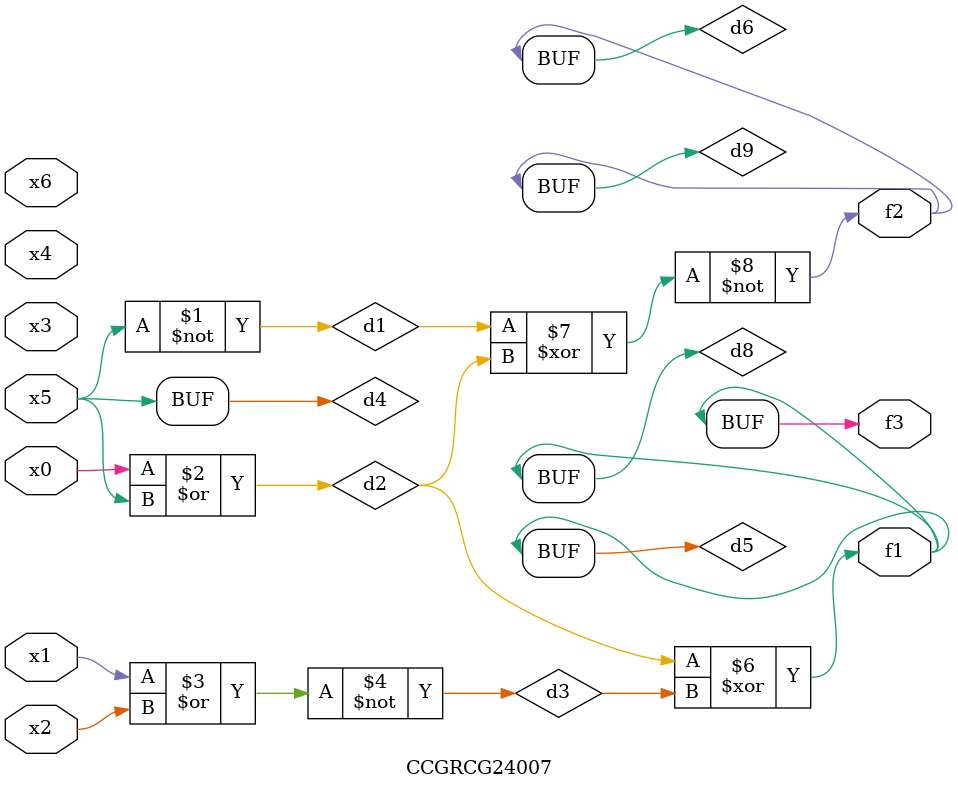
<source format=v>
module CCGRCG24007(
	input x0, x1, x2, x3, x4, x5, x6,
	output f1, f2, f3
);

	wire d1, d2, d3, d4, d5, d6, d7, d8, d9;

	nand (d1, x5);
	or (d2, x0, x5);
	nor (d3, x1, x2);
	xnor (d4, d1);
	xor (d5, d2, d3);
	xnor (d6, d1, d2);
	not (d7, x4);
	buf (d8, d5);
	xor (d9, d6);
	assign f1 = d8;
	assign f2 = d9;
	assign f3 = d8;
endmodule

</source>
